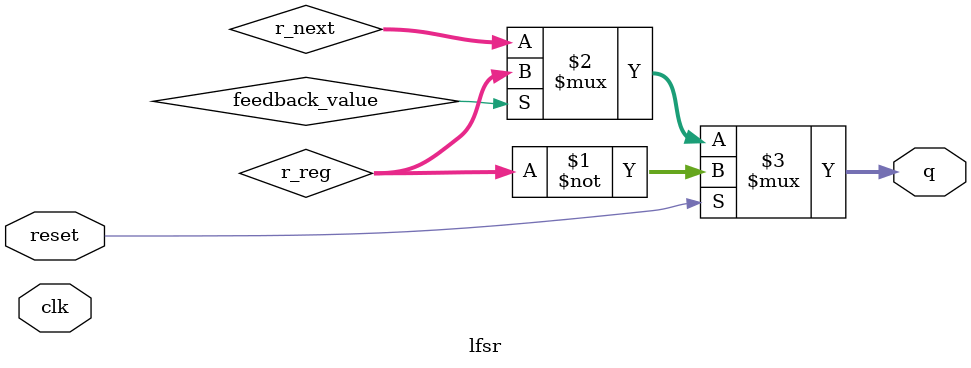
<source format=v>
module lfsr( 
    input clk,
    input reset,
    output [4:0] q
); 
reg [4:0] r_reg;
wire [4:0] r_next;
wire feedback_value;
// on reset set the value of r_reg to 1
// otherwise assign r_next to r_reg
// assign the xor of bit positions 2 and 4 of r_reg to feedback_value
// assign feedback value concatenated with 4 MSBs of r_reg to r_next
// assign r_reg to the output q
assign q = (reset)?~r_reg : (feedback_value ? r_reg: r_next); 
// instantiation
// xor at bit positons 0 and 4 
// if feedback_value is high, shift the register up one position
endmodule

</source>
